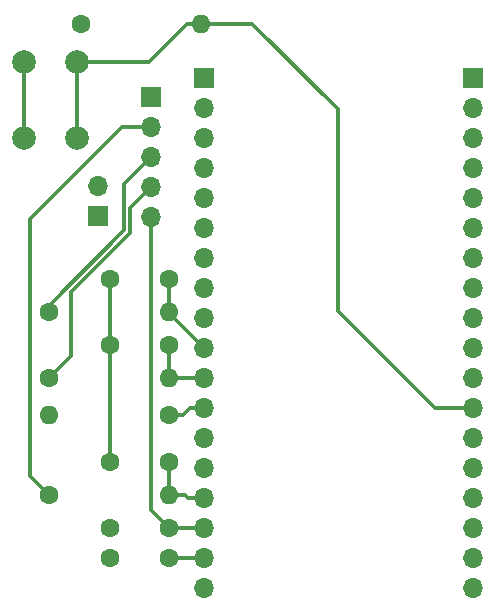
<source format=gbr>
%TF.GenerationSoftware,KiCad,Pcbnew,8.0.2*%
%TF.CreationDate,2025-02-13T09:09:47+01:00*%
%TF.ProjectId,Carte_main,43617274-655f-46d6-9169-6e2e6b696361,rev?*%
%TF.SameCoordinates,Original*%
%TF.FileFunction,Copper,L1,Top*%
%TF.FilePolarity,Positive*%
%FSLAX46Y46*%
G04 Gerber Fmt 4.6, Leading zero omitted, Abs format (unit mm)*
G04 Created by KiCad (PCBNEW 8.0.2) date 2025-02-13 09:09:47*
%MOMM*%
%LPD*%
G01*
G04 APERTURE LIST*
%TA.AperFunction,ComponentPad*%
%ADD10C,1.600000*%
%TD*%
%TA.AperFunction,ComponentPad*%
%ADD11O,1.600000X1.600000*%
%TD*%
%TA.AperFunction,ComponentPad*%
%ADD12C,2.000000*%
%TD*%
%TA.AperFunction,ComponentPad*%
%ADD13R,1.700000X1.700000*%
%TD*%
%TA.AperFunction,ComponentPad*%
%ADD14O,1.700000X1.700000*%
%TD*%
%TA.AperFunction,Conductor*%
%ADD15C,0.300000*%
%TD*%
G04 APERTURE END LIST*
D10*
%TO.P,C3,1*%
%TO.N,/34*%
X130650000Y-101325000D03*
%TO.P,C3,2*%
%TO.N,Net-(J4-Pin_1)*%
X125650000Y-101325000D03*
%TD*%
%TO.P,R1,1*%
%TO.N,/39*%
X130630000Y-107225000D03*
D11*
%TO.P,R1,2*%
%TO.N,GND*%
X120470000Y-107225000D03*
%TD*%
D10*
%TO.P,C4,1*%
%TO.N,/+5V*%
X130650000Y-119325000D03*
%TO.P,C4,2*%
%TO.N,GND*%
X125650000Y-119325000D03*
%TD*%
%TO.P,R2,1*%
%TO.N,Net-(J4-Pin_4)*%
X120490000Y-104125000D03*
D11*
%TO.P,R2,2*%
%TO.N,/34*%
X130650000Y-104125000D03*
%TD*%
D12*
%TO.P,SW1,1,1*%
%TO.N,/+3.3V*%
X118325000Y-83825000D03*
X118325000Y-77325000D03*
%TO.P,SW1,2,2*%
%TO.N,Net-(J2-Pin_12)*%
X122825000Y-83825000D03*
X122825000Y-77325000D03*
%TD*%
D13*
%TO.P,J4,1,Pin_1*%
%TO.N,Net-(J4-Pin_1)*%
X129150000Y-80305000D03*
D14*
%TO.P,J4,2,Pin_2*%
%TO.N,Net-(J4-Pin_2)*%
X129150000Y-82845000D03*
%TO.P,J4,3,Pin_3*%
%TO.N,Net-(J4-Pin_3)*%
X129150000Y-85385000D03*
%TO.P,J4,4,Pin_4*%
%TO.N,Net-(J4-Pin_4)*%
X129150000Y-87925000D03*
%TO.P,J4,5,Pin_5*%
%TO.N,/+3.3V*%
X129150000Y-90465000D03*
%TD*%
D10*
%TO.P,C2,1*%
%TO.N,/35*%
X130650000Y-95725000D03*
%TO.P,C2,2*%
%TO.N,Net-(J4-Pin_1)*%
X125650000Y-95725000D03*
%TD*%
D13*
%TO.P,J1,1,Pin_1*%
%TO.N,unconnected-(J1-Pin_1-Pad1)*%
X133600000Y-78745000D03*
D14*
%TO.P,J1,2,Pin_2*%
%TO.N,/13_S2*%
X133600000Y-81285000D03*
%TO.P,J1,3,Pin_3*%
%TO.N,unconnected-(J1-Pin_3-Pad3)*%
X133600000Y-83825000D03*
%TO.P,J1,4,Pin_4*%
%TO.N,/14_S3*%
X133600000Y-86365000D03*
%TO.P,J1,5,Pin_5*%
%TO.N,unconnected-(J1-Pin_5-Pad5)*%
X133600000Y-88905000D03*
%TO.P,J1,6,Pin_6*%
%TO.N,unconnected-(J1-Pin_6-Pad6)*%
X133600000Y-91445000D03*
%TO.P,J1,7,Pin_7*%
%TO.N,unconnected-(J1-Pin_7-Pad7)*%
X133600000Y-93985000D03*
%TO.P,J1,8,Pin_8*%
%TO.N,unconnected-(J1-Pin_8-Pad8)*%
X133600000Y-96525000D03*
%TO.P,J1,9,Pin_9*%
%TO.N,unconnected-(J1-Pin_9-Pad9)*%
X133600000Y-99065000D03*
%TO.P,J1,10,Pin_10*%
%TO.N,/35*%
X133600000Y-101605000D03*
%TO.P,J1,11,Pin_11*%
%TO.N,/34*%
X133600000Y-104145000D03*
%TO.P,J1,12,Pin_12*%
%TO.N,/39*%
X133600000Y-106685000D03*
%TO.P,J1,13,Pin_13*%
%TO.N,unconnected-(J1-Pin_13-Pad13)*%
X133600000Y-109225000D03*
%TO.P,J1,14,Pin_14*%
%TO.N,unconnected-(J1-Pin_14-Pad14)*%
X133600000Y-111765000D03*
%TO.P,J1,15,Pin_15*%
%TO.N,/36*%
X133600000Y-114305000D03*
%TO.P,J1,16,Pin_16*%
%TO.N,/+3.3V*%
X133600000Y-116845000D03*
%TO.P,J1,17,Pin_17*%
%TO.N,/+5V*%
X133600000Y-119385000D03*
%TO.P,J1,18,Pin_18*%
%TO.N,GND*%
X133600000Y-121925000D03*
%TD*%
D10*
%TO.P,R5,1*%
%TO.N,GND*%
X123145000Y-74125000D03*
D11*
%TO.P,R5,2*%
%TO.N,Net-(J2-Pin_12)*%
X133305000Y-74125000D03*
%TD*%
D10*
%TO.P,R4,1*%
%TO.N,Net-(J4-Pin_2)*%
X120490000Y-114025000D03*
D11*
%TO.P,R4,2*%
%TO.N,/36*%
X130650000Y-114025000D03*
%TD*%
D10*
%TO.P,R3,1*%
%TO.N,Net-(J4-Pin_3)*%
X120470000Y-98525000D03*
D11*
%TO.P,R3,2*%
%TO.N,/35*%
X130630000Y-98525000D03*
%TD*%
D13*
%TO.P,J3,1,Pin_1*%
%TO.N,/39*%
X124625000Y-90400000D03*
D14*
%TO.P,J3,2,Pin_2*%
%TO.N,/+3.3V*%
X124625000Y-87860000D03*
%TD*%
D10*
%TO.P,C1,1*%
%TO.N,/36*%
X130650000Y-111225000D03*
%TO.P,C1,2*%
%TO.N,Net-(J4-Pin_1)*%
X125650000Y-111225000D03*
%TD*%
D13*
%TO.P,J2,1,Pin_1*%
%TO.N,/16_S0*%
X156400000Y-78745000D03*
D14*
%TO.P,J2,2,Pin_2*%
%TO.N,unconnected-(J2-Pin_2-Pad2)*%
X156400000Y-81285000D03*
%TO.P,J2,3,Pin_3*%
%TO.N,/4_S5*%
X156400000Y-83825000D03*
%TO.P,J2,4,Pin_4*%
%TO.N,unconnected-(J2-Pin_4-Pad4)*%
X156400000Y-86365000D03*
%TO.P,J2,5,Pin_5*%
%TO.N,/15_S4*%
X156400000Y-88905000D03*
%TO.P,J2,6,Pin_6*%
%TO.N,unconnected-(J2-Pin_6-Pad6)*%
X156400000Y-91445000D03*
%TO.P,J2,7,Pin_7*%
%TO.N,unconnected-(J2-Pin_7-Pad7)*%
X156400000Y-93985000D03*
%TO.P,J2,8,Pin_8*%
%TO.N,unconnected-(J2-Pin_8-Pad8)*%
X156400000Y-96525000D03*
%TO.P,J2,9,Pin_9*%
%TO.N,unconnected-(J2-Pin_9-Pad9)*%
X156400000Y-99065000D03*
%TO.P,J2,10,Pin_10*%
%TO.N,unconnected-(J2-Pin_10-Pad10)*%
X156400000Y-101605000D03*
%TO.P,J2,11,Pin_11*%
%TO.N,unconnected-(J2-Pin_11-Pad11)*%
X156400000Y-104145000D03*
%TO.P,J2,12,Pin_12*%
%TO.N,Net-(J2-Pin_12)*%
X156400000Y-106685000D03*
%TO.P,J2,13,Pin_13*%
%TO.N,unconnected-(J2-Pin_13-Pad13)*%
X156400000Y-109225000D03*
%TO.P,J2,14,Pin_14*%
%TO.N,unconnected-(J2-Pin_14-Pad14)*%
X156400000Y-111765000D03*
%TO.P,J2,15,Pin_15*%
%TO.N,unconnected-(J2-Pin_15-Pad15)*%
X156400000Y-114305000D03*
%TO.P,J2,16,Pin_16*%
%TO.N,unconnected-(J2-Pin_16-Pad16)*%
X156400000Y-116845000D03*
%TO.P,J2,17,Pin_17*%
%TO.N,unconnected-(J2-Pin_17-Pad17)*%
X156400000Y-119385000D03*
%TO.P,J2,18,Pin_18*%
%TO.N,unconnected-(J2-Pin_18-Pad18)*%
X156400000Y-121925000D03*
%TD*%
D10*
%TO.P,C5,1*%
%TO.N,/+3.3V*%
X130650000Y-116825000D03*
%TO.P,C5,2*%
%TO.N,GND*%
X125650000Y-116825000D03*
%TD*%
D15*
%TO.N,Net-(J4-Pin_1)*%
X125650000Y-111225000D02*
X125650000Y-101325000D01*
X125650000Y-101325000D02*
X125650000Y-95725000D01*
%TO.N,/36*%
X132230000Y-114305000D02*
X131950000Y-114025000D01*
X130650000Y-111225000D02*
X130650000Y-114025000D01*
X131950000Y-114025000D02*
X130650000Y-114025000D01*
X133600000Y-114305000D02*
X132230000Y-114305000D01*
%TO.N,/35*%
X130630000Y-98525000D02*
X130630000Y-95745000D01*
X130630000Y-95745000D02*
X130650000Y-95725000D01*
X130630000Y-98635000D02*
X130630000Y-98525000D01*
X133600000Y-101605000D02*
X130630000Y-98635000D01*
%TO.N,/34*%
X133600000Y-104145000D02*
X130670000Y-104145000D01*
X130670000Y-104145000D02*
X130650000Y-104125000D01*
X130650000Y-104125000D02*
X130650000Y-101325000D01*
%TO.N,/+5V*%
X130710000Y-119385000D02*
X130650000Y-119325000D01*
X133600000Y-119385000D02*
X130710000Y-119385000D01*
%TO.N,/+3.3V*%
X129150000Y-114350000D02*
X129150000Y-115325000D01*
X129150000Y-115325000D02*
X130650000Y-116825000D01*
X118325000Y-83825000D02*
X118325000Y-77325000D01*
X133600000Y-116845000D02*
X130670000Y-116845000D01*
X130670000Y-116845000D02*
X130650000Y-116825000D01*
X129150000Y-90465000D02*
X129150000Y-114350000D01*
%TO.N,/39*%
X132390000Y-106685000D02*
X131850000Y-107225000D01*
X133600000Y-106685000D02*
X132390000Y-106685000D01*
X131850000Y-107225000D02*
X130630000Y-107225000D01*
%TO.N,Net-(J2-Pin_12)*%
X132173630Y-74125000D02*
X128973630Y-77325000D01*
X137700000Y-74125000D02*
X133305000Y-74125000D01*
X144950000Y-98475000D02*
X144950000Y-81375000D01*
X144950000Y-81375000D02*
X137700000Y-74125000D01*
X128973630Y-77325000D02*
X122825000Y-77325000D01*
X122825000Y-77325000D02*
X122825000Y-83825000D01*
X133305000Y-74125000D02*
X132173630Y-74125000D01*
X156400000Y-106685000D02*
X153160000Y-106685000D01*
X153160000Y-106685000D02*
X144950000Y-98475000D01*
%TO.N,Net-(J4-Pin_2)*%
X126630000Y-82845000D02*
X118850000Y-90625000D01*
X118850000Y-90625000D02*
X118850000Y-112385000D01*
X118850000Y-112385000D02*
X120490000Y-114025000D01*
X129150000Y-82845000D02*
X126630000Y-82845000D01*
%TO.N,Net-(J4-Pin_3)*%
X120470000Y-98525000D02*
X120470000Y-98005000D01*
X120470000Y-98005000D02*
X126850000Y-91625000D01*
X126850000Y-87685000D02*
X129150000Y-85385000D01*
X126850000Y-91625000D02*
X126850000Y-87685000D01*
%TO.N,Net-(J4-Pin_4)*%
X120490000Y-104125000D02*
X122350000Y-102265000D01*
X127350000Y-89725000D02*
X129150000Y-87925000D01*
X122350000Y-96832106D02*
X127350000Y-91832106D01*
X122350000Y-102265000D02*
X122350000Y-96832106D01*
X127350000Y-91832106D02*
X127350000Y-89725000D01*
%TD*%
M02*

</source>
